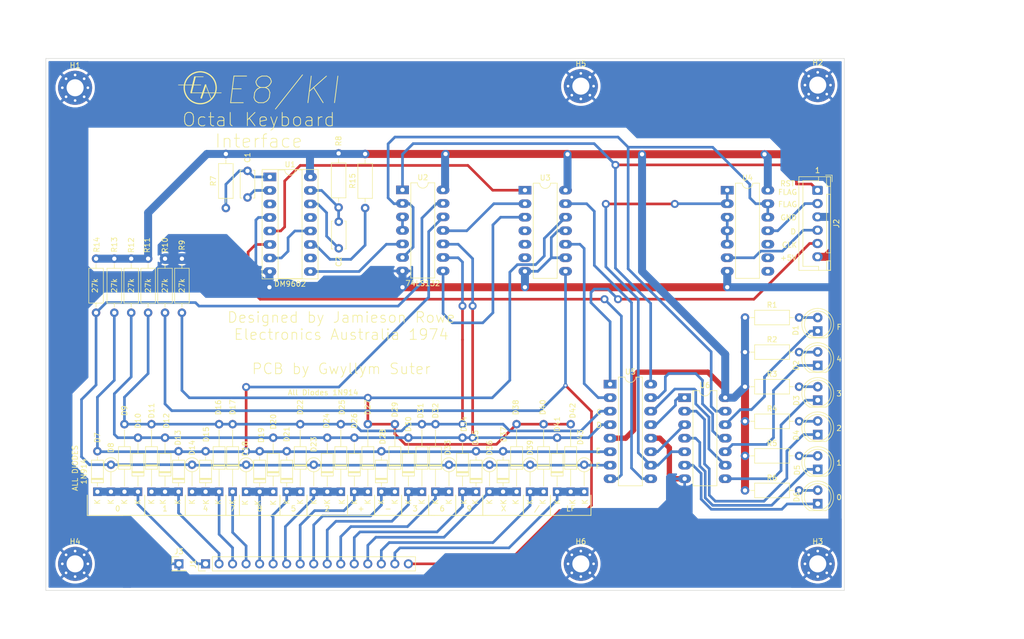
<source format=kicad_pcb>
(kicad_pcb (version 20211014) (generator pcbnew)
  (layers (0 "F.Cu" signal) (31 "B.Cu" signal) (34 "B.Paste" user) (35 "F.Paste" user) (36 "B.SilkS" user "B.Silkscreen") (37 "F.SilkS" user "F.Silkscreen") (38 "B.Mask" user) (39 "F.Mask" user) (44 "Edge.Cuts" user))
  (net 0 "")
  (net 1 "Net-(D1-Pad1)")
  (net 2 "Net-(D1-Pad2)")
  (net 3 "Net-(D2-Pad2)")
  (net 4 "Net-(D2-Pad1)")
  (net 5 "Net-(D3-Pad2)")
  (net 6 "Net-(D3-Pad1)")
  (net 7 "Net-(D4-Pad1)")
  (net 8 "Net-(D4-Pad2)")
  (net 9 "Net-(D5-Pad1)")
  (net 10 "Net-(D5-Pad2)")
  (net 11 "Net-(D6-Pad2)")
  (net 12 "Net-(D6-Pad1)")
  (net 13 "~{FLAG_RESET}")
  (net 14 "+5V")
  (net 15 "GND")
  (net 16 "Net-(C1-Pad1)")
  (net 17 "Net-(C2-Pad1)")
  (net 18 "A")
  (net 19 "C")
  (net 20 "D")
  (net 21 "E")
  (net 22 "F")
  (net 23 "Net-(U1-Pad9)")
  (net 24 "Net-(U1-Pad12)")
  (net 25 "~{CLOCK}")
  (net 26 "DATA")
  (net 27 "Net-(U1-Pad6)")
  (net 28 "Net-(U1-Pad5)")
  (net 29 "~{FLAG}")
  (net 30 "Net-(C1-Pad2)")
  (net 31 "Net-(C2-Pad2)")
  (net 32 "FLAG_OUT_LED")
  (net 33 "Net-(U2-Pad3)")
  (net 34 "Net-(U3-Pad13)")
  (net 38 "Net-(U3-Pad10)")
  (net 39 "Net-(U4-Pad1)")
  (net 42 "Net-(U4-Pad3)")
  (net 44 "Net-(U5-Pad15)")
  (net 45 "Net-(U5-Pad14)")
  (net 46 "Net-(U5-Pad13)")
  (net 49 "Net-(U5-Pad11)")
  (net 50 "0")
  (net 51 "1")
  (net 52 "4")
  (net 53 "7")
  (net 54 "CR")
  (net 55 "LF")
  (net 56 "DIV")
  (net 57 "X")
  (net 58 "9")
  (net 59 "6")
  (net 60 "3")
  (net 61 "-")
  (net 62 "+")
  (net 63 "2")
  (net 64 "5")
  (net 65 "8")
  (net 66 "Net-(R15-Pad1)")
  (net 68 "Net-(U2-Pad8)")
  (net 69 "Net-(U2-Pad11)")
  (footprint "Diode_THT:D_DO-35_SOD27_P5.08mm_Vertical_KathodeUp" (layer "F.Cu") (at 62.23 131.445 90)
    (fp_text reference "D8")
    (fp_text value "1N914")
  )
  (footprint "Resistor_THT:R_Axial_DIN0207_L6.3mm_D2.5mm_P10.16mm_Horizontal" (layer "F.Cu") (at 181.34 98.7)
    (fp_text reference "R1")
    (fp_text value "180R")
  )
  (footprint "Resistor_THT:R_Axial_DIN0207_L6.3mm_D2.5mm_P10.16mm_Horizontal" (layer "F.Cu") (at 181.34 105.2)
    (fp_text reference "R2")
    (fp_text value "180R")
  )
  (footprint "Resistor_THT:R_Axial_DIN0207_L6.3mm_D2.5mm_P10.16mm_Horizontal" (layer "F.Cu") (at 181.34 111.7)
    (fp_text reference "R3")
    (fp_text value "180R")
  )
  (footprint "Resistor_THT:R_Axial_DIN0207_L6.3mm_D2.5mm_P10.16mm_Horizontal" (layer "F.Cu") (at 181.34 118.2)
    (fp_text reference "R4")
    (fp_text value "180R")
  )
  (footprint "Resistor_THT:R_Axial_DIN0207_L6.3mm_D2.5mm_P10.16mm_Horizontal" (layer "F.Cu") (at 181.34 124.7)
    (fp_text reference "R5")
    (fp_text value "180R")
  )
  (footprint "Resistor_THT:R_Axial_DIN0207_L6.3mm_D2.5mm_P10.16mm_Horizontal" (layer "F.Cu") (at 181.34 131.2)
    (fp_text reference "R6")
    (fp_text value "180R")
  )
  (footprint "Resistor_THT:R_Axial_DIN0207_L6.3mm_D2.5mm_P10.16mm_Horizontal" (layer "F.Cu") (at 83.82 78.105 90)
    (fp_text reference "R7")
    (fp_text value "33k")
  )
  (footprint "Resistor_THT:R_Axial_DIN0207_L6.3mm_D2.5mm_P10.16mm_Horizontal" (layer "F.Cu") (at 105 78 90)
    (fp_text reference "R8")
    (fp_text value "180R")
  )
  (footprint "Resistor_THT:R_Axial_DIN0207_L6.3mm_D2.5mm_P10.16mm_Horizontal" (layer "F.Cu") (at 75.565 87.63 -90)
    (fp_text reference "R9")
    (fp_text value "27k")
  )
  (footprint "Resistor_THT:R_Axial_DIN0207_L6.3mm_D2.5mm_P10.16mm_Horizontal" (layer "F.Cu") (at 72.39 87.63 -90)
    (fp_text reference "R10")
    (fp_text value "27k")
  )
  (footprint "Resistor_THT:R_Axial_DIN0207_L6.3mm_D2.5mm_P10.16mm_Horizontal" (layer "F.Cu") (at 69.215 87.63 -90)
    (fp_text reference "R11")
    (fp_text value "27k")
  )
  (footprint "Resistor_THT:R_Axial_DIN0207_L6.3mm_D2.5mm_P10.16mm_Horizontal" (layer "F.Cu") (at 62.865 87.63 -90)
    (fp_text reference "R13")
    (fp_text value "27k")
  )
  (footprint "Resistor_THT:R_Axial_DIN0207_L6.3mm_D2.5mm_P10.16mm_Horizontal" (layer "F.Cu") (at 59.436 87.63 -90)
    (fp_text reference "R14")
    (fp_text value "27k")
  )
  (footprint "Package_DIP:DIP-14_W7.62mm_LongPads" (layer "F.Cu") (at 178 74.76)
    (fp_text reference "U4")
    (fp_text value "74LS37")
  )
  (footprint "Package_DIP:DIP-16_W7.62mm_LongPads" (layer "F.Cu") (at 156 111.22)
    (fp_text reference "U5")
    (fp_text value "7496")
  )
  (footprint "Package_DIP:DIP-14_W7.62mm_LongPads" (layer "F.Cu") (at 170 113.76)
    (fp_text reference "U6")
    (fp_text value "74LS05")
  )
  (footprint "MountingHole:MountingHole_3.2mm_M3_Pad_Via" (layer "F.Cu") (at 55.5 55.5)
    (fp_text reference "H1")
    (fp_text value "MountingHole_Pad")
  )
  (footprint "MountingHole:MountingHole_3.2mm_M3_Pad_Via" (layer "F.Cu") (at 195 55)
    (fp_text reference "H2")
    (fp_text value "MountingHole_Pad")
  )
  (footprint "MountingHole:MountingHole_3.2mm_M3_Pad_Via" (layer "F.Cu") (at 195 145)
    (fp_text reference "H3")
    (fp_text value "MountingHole_Pad")
  )
  (footprint "MountingHole:MountingHole_3.2mm_M3_Pad_Via" (layer "F.Cu") (at 55.5 145)
    (fp_text reference "H4")
    (fp_text value "MountingHole_Pad")
  )
  (footprint "Package_DIP:DIP-14_W7.62mm_LongPads" (layer "F.Cu") (at 140 74.76)
    (fp_text reference "U3")
    (fp_text value "74LS02")
  )
  (footprint "LED_THT:LED_D5.0mm" (layer "F.Cu") (at 195 101.24 90)
    (fp_text reference "D1")
    (fp_text value "LED")
  )
  (footprint "Resistor_THT:R_Axial_DIN0207_L6.3mm_D2.5mm_P10.16mm_Horizontal" (layer "F.Cu") (at 66.04 87.63 -90)
    (fp_text reference "R12")
    (fp_text value "27k")
  )
  (footprint "LED_THT:LED_D5.0mm" (layer "F.Cu") (at 195 107.7 90)
    (fp_text reference "D2")
    (fp_text value "LED")
  )
  (footprint "LED_THT:LED_D5.0mm" (layer "F.Cu") (at 195 114.24 90)
    (fp_text reference "D3")
    (fp_text value "LED")
  )
  (footprint "LED_THT:LED_D5.0mm" (layer "F.Cu") (at 195 120.7 90)
    (fp_text reference "D4")
    (fp_text value "LED")
  )
  (footprint "LED_THT:LED_D5.0mm" (layer "F.Cu") (at 195 127.24 90)
    (fp_text reference "D5")
    (fp_text value "LED")
  )
  (footprint "Diode_THT:D_DO-35_SOD27_P7.62mm_Horizontal" (layer "F.Cu") (at 59.69 131.445 90)
    (fp_text reference "D7")
    (fp_text value "1N914" hide)
  )
  (footprint "Diode_THT:D_DO-35_SOD27_P12.70mm_Horizontal" (layer "F.Cu") (at 64.77 131.445 90)
    (fp_text reference "D9")
    (fp_text value "1N914" hide)
  )
  (footprint "Diode_THT:D_DO-35_SOD27_P10.16mm_Horizontal" (layer "F.Cu") (at 67.31 131.445 90)
    (fp_text reference "D10")
    (fp_text value "1N914" hide)
  )
  (footprint "Diode_THT:D_DO-35_SOD27_P12.70mm_Horizontal" (layer "F.Cu") (at 69.85 131.445 90)
    (fp_text reference "D11")
    (fp_text value "1N914" hide)
  )
  (footprint "Diode_THT:D_DO-35_SOD27_P10.16mm_Horizontal" (layer "F.Cu") (at 72.39 131.445 90)
    (fp_text reference "D12")
    (fp_text value "1N914" hide)
  )
  (footprint "Diode_THT:D_DO-35_SOD27_P7.62mm_Horizontal" (layer "F.Cu") (at 74.93 131.445 90)
    (fp_text reference "D13")
    (fp_text value "1N914" hide)
  )
  (footprint "Diode_THT:D_DO-35_SOD27_P5.08mm_Vertical_KathodeUp" (layer "F.Cu") (at 77.47 131.445 90)
    (fp_text reference "D14")
    (fp_text value "1N914" hide)
  )
  (footprint "Diode_THT:D_DO-35_SOD27_P7.62mm_Horizontal" (layer "F.Cu") (at 80.01 131.445 90)
    (fp_text reference "D15")
    (fp_text value "1N914" hide)
  )
  (footprint "Diode_THT:D_DO-35_SOD27_P12.70mm_Horizontal" (layer "F.Cu") (at 82.55 131.445 90)
    (fp_text reference "D16")
    (fp_text value "1N914" hide)
  )
  (footprint "Connector_PinHeader_2.54mm:PinHeader_1x01_P2.54mm_Vertical" (layer "F.Cu") (at 75 145)
    (fp_text reference "J3")
    (fp_text value "Conn_01x01_Male")
  )
  (footprint "Diode_THT:D_DO-35_SOD27_P12.70mm_Horizontal" (layer "F.Cu") (at 85.09 131.445 90)
    (fp_text reference "D17")
    (fp_text value "1N914" hide)
  )
  (footprint "Connector_PinHeader_2.54mm:PinHeader_1x16_P2.54mm_Vertical" (layer "F.Cu") (at 80 145 90)
    (fp_text reference "J1")
    (fp_text value "Conn_01x16_Male")
  )
  (footprint "Diode_THT:D_DO-35_SOD27_P5.08mm_Vertical_KathodeUp" (layer "F.Cu") (at 87.63 131.445 90)
    (fp_text reference "D18")
    (fp_text value "1N914" hide)
  )
  (footprint "Diode_THT:D_DO-35_SOD27_P7.62mm_Horizontal" (layer "F.Cu") (at 90.17 131.445 90)
    (fp_text reference "D19")
    (fp_text value "1N914" hide)
  )
  (footprint "Diode_THT:D_DO-35_SOD27_P10.16mm_Horizontal" (layer "F.Cu") (at 92.71 131.445 90)
    (fp_text reference "D20")
    (fp_text value "1N914" hide)
  )
  (footprint "Diode_THT:D_DO-35_SOD27_P7.62mm_Horizontal" (layer "F.Cu") (at 95.25 131.445 90)
    (fp_text reference "D21")
    (fp_text value "1N914" hide)
  )
  (footprint "Diode_THT:D_DO-35_SOD27_P12.70mm_Horizontal" (layer "F.Cu") (at 97.79 131.445 90)
    (fp_text reference "D22")
    (fp_text value "1N914" hide)
  )
  (footprint "Resistor_THT:R_Axial_DIN0207_L6.3mm_D2.5mm_P10.16mm_Horizontal" (layer "F.Cu") (at 109.982 78.105 90)
    (fp_text reference "R15")
    (fp_text value "1k")
  )
  (footprint "Diode_THT:D_DO-35_SOD27_P5.08mm_Vertical_KathodeUp" (layer "F.Cu") (at 100.33 131.445 90)
    (fp_text reference "D23")
    (fp_text value "1N914" hide)
  )
  (footprint "Diode_THT:D_DO-35_SOD27_P10.16mm_Horizontal" (layer "F.Cu") (at 102.87 131.445 90)
    (fp_text reference "D24")
    (fp_text value "1N914" hide)
  )
  (footprint "Diode_THT:D_DO-35_SOD27_P12.70mm_Horizontal" (layer "F.Cu") (at 105.41 131.445 90)
    (fp_text reference "D25")
    (fp_text value "1N914" hide)
  )
  (footprint "Diode_THT:D_DO-35_SOD27_P10.16mm_Horizontal" (layer "F.Cu") (at 107.95 131.445 90)
    (fp_text reference "D26")
    (fp_text value "1N914" hide)
  )
  (footprint "Diode_THT:D_DO-35_SOD27_P12.70mm_Horizontal" (layer "F.Cu") (at 110.49 131.445 90)
    (fp_text reference "D27")
    (fp_text value "1N914" hide)
  )
  (footprint "Diode_THT:D_DO-35_SOD27_P7.62mm_Horizontal" (layer "F.Cu") (at 113.03 131.445 90)
    (fp_text reference "D28")
    (fp_text value "1N914")
  )
  (footprint "Diode_THT:D_DO-35_SOD27_P12.70mm_Horizontal" (layer "F.Cu") (at 115.57 131.445 90)
    (fp_text reference "D29")
    (fp_text value "1N914")
  )
  (footprint "Diode_THT:D_DO-35_SOD27_P10.16mm_Horizontal" (layer "F.Cu") (at 118.11 131.445 90)
    (fp_text reference "D30")
    (fp_text value "1N914")
  )
  (footprint "Diode_THT:D_DO-35_SOD27_P12.70mm_Horizontal" (layer "F.Cu") (at 120.65 131.445 90)
    (fp_text reference "D31")
    (fp_text value "1N914")
  )
  (footprint "Diode_THT:D_DO-35_SOD27_P12.70mm_Horizontal" (layer "F.Cu") (at 123.19 131.445 90)
    (fp_text reference "D32")
    (fp_text value "1N914")
  )
  (footprint "Diode_THT:D_DO-35_SOD27_P5.08mm_Vertical_KathodeUp" (layer "F.Cu") (at 125.73 131.445 90)
    (fp_text reference "D33")
    (fp_text value "1N914")
  )
  (footprint "Diode_THT:D_DO-35_SOD27_P10.16mm_Horizontal" (layer "F.Cu") (at 128.27 131.445 90)
    (fp_text reference "D34")
    (fp_text value "1N914")
  )
  (footprint "Diode_THT:D_DO-35_SOD27_P7.62mm_Horizontal" (layer "F.Cu") (at 130.81 131.445 90)
    (fp_text reference "D35")
    (fp_text value "1N914")
  )
  (footprint "Diode_THT:D_DO-35_SOD27_P5.08mm_Vertical_KathodeUp" (layer "F.Cu") (at 133.35 131.445 90)
    (fp_text reference "D36")
    (fp_text value "1N914")
  )
  (footprint "Diode_THT:D_DO-35_SOD27_P7.62mm_Horizontal" (layer "F.Cu") (at 135.89 131.445 90)
    (fp_text reference "D37")
    (fp_text value "1N914")
  )
  (footprint "Diode_THT:D_DO-35_SOD27_P12.70mm_Horizontal" (layer "F.Cu") (at 138.43 131.445 90)
    (fp_text reference "D38")
    (fp_text value "1N914")
  )
  (footprint "Diode_THT:D_DO-35_SOD27_P5.08mm_Vertical_KathodeUp" (layer "F.Cu") (at 140.97 131.445 90)
    (fp_text reference "D39")
    (fp_text value "1N914")
  )
  (footprint "Diode_THT:D_DO-35_SOD27_P12.70mm_Horizontal" (layer "F.Cu") (at 143.51 131.445 90)
    (fp_text reference "D40")
    (fp_text value "1N914")
  )
  (footprint "Diode_THT:D_DO-35_SOD27_P10.16mm_Horizontal" (layer "F.Cu") (at 146.05 131.445 90)
    (fp_text reference "D41")
    (fp_text value "1N914")
  )
  (footprint "Diode_THT:D_DO-35_SOD27_P12.70mm_Horizontal" (layer "F.Cu") (at 148.59 131.445 90)
    (fp_text reference "D42")
    (fp_text value "1N914")
  )
  (footprint "Diode_THT:D_DO-35_SOD27_P5.08mm_Vertical_KathodeUp" (layer "F.Cu") (at 151.13 131.445 90)
    (fp_text reference "D43")
    (fp_text value "1N914")
  )
  (footprint "LED_THT:LED_D5.0mm" (layer "F.Cu") (at 195 133.7 90)
    (fp_text reference "D6")
    (fp_text value "LED")
  )
  (footprint "EDUC-8:EA_Symbol" (layer "F.Cu") (at 79 55.5)
    (fp_text reference "REF**" hide)
    (fp_text value "EA_Symbol" hide)
  )
  (footprint "Capacitor_THT:C_Disc_D5.0mm_W2.5mm_P5.00mm" (layer "F.Cu") (at 87.884 71.12 -90)
    (fp_text reference "C1")
    (fp_text value "1nF")
  )
  (footprint "Capacitor_THT:C_Disc_D5.0mm_W2.5mm_P5.00mm" (layer "F.Cu") (at 105.029 80.685 -90)
    (fp_text reference "C2")
    (fp_text value "100pF")
  )
  (footprint "MountingHole:MountingHole_3.2mm_M3_Pad_Via" (layer "F.Cu") (at 150.5 55.197056)
    (fp_text reference "H5")
    (fp_text value "MountingHole_Pad")
  )
  (footprint "MountingHole:MountingHole_3.2mm_M3_Pad_Via" (layer "F.Cu") (at 150.5 145)
    (fp_text reference "H6")
    (fp_text value "MountingHole_Pad")
  )
  (footprint "Connector_JST:JST_XH_B6B-XH-A_1x06_P2.50mm_Vertical" (layer "F.Cu") (at 194.962 74.776 -90)
    (fp_text reference "J2")
    (fp_text value "Conn_01x06_Male")
  )
  (footprint "Package_DIP:DIP-16_W7.62mm_Socket_LongPads" (layer "F.Cu") (at 92.075 72.263)
    (fp_text reference "U1")
    (fp_text value "DM9602")
  )
  (footprint "Package_DIP:DIP-14_W7.62mm_LongPads" (layer "F.Cu") (at 117 74.7)
    (fp_text reference "U2")
    (fp_text value "74LS132")
  )
  (gr_line (start 116.84 132.08) (end 116.84 132.715) (layer "F.SilkS") (width 0.15))
  (gr_line (start 99.06 132.08) (end 99.06 135.89) (layer "F.SilkS") (width 0.15))
  (gr_line (start 111.76 132.08) (end 111.76 135.89) (layer "F.SilkS") (width 0.15))
  (gr_line (start 93.98 132.08) (end 93.98 135.89) (layer "F.SilkS") (width 0.15))
  (gr_line (start 122.555 135.89) (end 102.87 135.89) (layer "F.SilkS") (width 0.15))
  (gr_line (start 116.84 132.715) (end 116.84 135.89) (layer "F.SilkS") (width 0.15))
  (gr_line (start 139.7 132.08) (end 139.7 135.89) (layer "F.SilkS") (width 0.15))
  (gr_line (start 83.82 132.08) (end 83.82 135.89) (layer "F.SilkS") (width 0.15))
  (gr_line (start 144.78 132.08) (end 144.78 135.89) (layer "F.SilkS") (width 0.15))
  (gr_line (start 121.92 132.08) (end 121.92 135.89) (layer "F.SilkS") (width 0.15))
  (gr_line (start 106.68 132.08) (end 106.68 135.89) (layer "F.SilkS") (width 0.15))
  (gr_line (start 57.785 135.89) (end 57.785 132.08) (layer "F.SilkS") (width 0.15))
  (gr_line (start 132.08 135.89) (end 152.4 135.89) (layer "F.SilkS") (width 0.15))
  (gr_line (start 152.4 135.89) (end 152.4 132.08) (layer "F.SilkS") (width 0.15))
  (gr_line (start 102.87 135.89) (end 57.785 135.89) (layer "F.SilkS") (width 0.15))
  (gr_line (start 122.555 135.89) (end 132.08 135.89) (layer "F.SilkS") (width 0.15))
  (gr_line (start 132.08 135.89) (end 132.08 132.08) (layer "F.SilkS") (width 0.15))
  (gr_line (start 127 132.08) (end 127 135.89) (layer "F.SilkS") (width 0.15))
  (gr_line (start 86.36 132.08) (end 86.36 135.89) (layer "F.SilkS") (width 0.15))
  (gr_line (start 76.2 132.08) (end 76.2 135.89) (layer "F.SilkS") (width 0.15))
  (gr_line (start 68.58 132.08) (end 68.58 135.89) (layer "F.SilkS") (width 0.15))
  (gr_line (start 50 50) (end 50 150) (layer "Edge.Cuts") (width 0.1))
  (gr_line (start 200 150) (end 200 50) (layer "Edge.Cuts") (width 0.1))
  (gr_line (start 200 50) (end 50 50) (layer "Edge.Cuts") (width 0.1))
  (gr_line (start 50 150) (end 200 150) (layer "Edge.Cuts") (width 0.1))
  (gr_text "3" (at 199 113) (layer "F.SilkS") (effects (font (size 1 1))))
  (gr_text "1" (at 72.39 134.62) (layer "F.SilkS") (effects (font (size 1 1))))
  (gr_text "ALL DIODES" (at 55.5 127 90) (layer "F.SilkS") (effects (font (size 1 1))))
  (gr_text "X" (at 136 134.62) (layer "F.SilkS") (effects (font (size 1 1))))
  (gr_text "F" (at 153.7208 126.5936) (layer "F.SilkS") (effects (font (size 1 1))))
  (gr_text "F" (at 199 100.5) (layer "F.SilkS") (effects (font (size 1 1))))
  (gr_text "All Diodes 1N914" (at 102.0826 112.8014) (layer "F.SilkS") (effects (font (size 1 1))))
  (gr_text "/" (at 142.24 134.62) (layer "F.SilkS") (effects (font (size 1 1))))
  (gr_text "9" (at 129.54 134.62) (layer "F.SilkS") (effects (font (size 1 1))))
  (gr_text "GND" (at 189.5348 79.9084) (layer "F.SilkS") (effects (font (size 1 1))))
  (gr_text "E8/KI" (at 94.5 56) (layer "F.SilkS") (effects (font (size 5 5) (thickness 0.15) italic)))
  (gr_text "3" (at 119.38 134.62) (layer "F.SilkS") (effects (font (size 1 1))))
  (gr_text "4" (at 199 106.5) (layer "F.SilkS") (effects (font (size 1 1))))
  (gr_text "Designed by Jamieson Rowe\nElectronics Australia 1974\n\nPCB by Gwyllym Suter" (at 105.5 103.5) (layer "F.SilkS") (effects (font (size 2 2))))
  (gr_text "0" (at 63.5 134.62) (layer "F.SilkS") (effects (font (size 1 1))))
  (gr_text "RST\nFLAG" (at 189.3316 74.3204) (layer "F.SilkS") (effects (font (size 1 1))))
  (gr_text "+" (at 109.22 134.62) (layer "F.SilkS") (effects (font (size 1 1))))
  (gr_text "1" (at 199 126) (layer "F.SilkS") (effects (font (size 1 1))))
  (gr_text "0" (at 199 132.5) (layer "F.SilkS") (effects (font (size 1 1))))
  (gr_text "4" (at 80.01 134.62) (layer "F.SilkS") (effects (font (size 1 1))))
  (gr_text "6" (at 124.46 134.62) (layer "F.SilkS") (effects (font (size 1 1))))
  (gr_text "E" (at 153.7716 123.7996) (layer "F.SilkS") (effects (font (size 1 1))))
  (gr_text "D" (at 190.3984 82.55) (layer "F.SilkS") (effects (font (size 1 1))))
  (gr_text "C" (at 153.924 116.4844) (layer "F.SilkS") (effects (font (size 1 1))))
  (gr_text "8" (at 90.17 134.62) (layer "F.SilkS") (effects (font (size 1 1))))
  (gr_text "7" (at 85.09 134.62) (layer "F.SilkS") (effects (font (size 1 1))))
  (gr_text "FLAG" (at 189.3316 77.4192) (layer "F.SilkS") (effects (font (size 1 1))))
  (gr_text "2" (at 102.87 134.62) (layer "F.SilkS") (effects (font (size 1 1))))
  (gr_text "D" (at 153.924 118.9228) (layer "F.SilkS") (effects (font (size 1 1))))
  (gr_text "CLK" (at 189.6872 85.0392) (layer "F.SilkS") (effects (font (size 1 1))))
  (gr_text "5" (at 96.52 134.62) (layer "F.SilkS") (effects (font (size 1 1))))
  (gr_text "1" (at 194.9704 71.0184) (layer "F.SilkS") (effects (font (size 1 1))))
  (gr_text "-" (at 114.3 134.62) (layer "F.SilkS") (effects (font (size 1 1))))
  (gr_text "2" (at 199 119.5) (layer "F.SilkS") (effects (font (size 1 1))))
  (gr_text "+5V" (at 189.484 87.4776) (layer "F.SilkS") (effects (font (size 1 1))))
  (gr_text "LF" (at 148.59 134.62) (layer "F.SilkS") (effects (font (size 1 1))))
  (gr_text "Octal Keyboard\nInterface" (at 90 63.5) (layer "F.SilkS") (effects (font (size 2.5 2.5))))
  (segment (start 180.46 116) (end 182.550002 116) (width 0.5) (layer "B.Cu") (net 1))
  (segment (start 185 113.550002) (end 185 109.849998) (width 0.5) (layer "B.Cu") (net 1))
  (segment (start 185 109.849998) (end 193.609998 101.24) (width 0.5) (layer "B.Cu") (net 1))
  (segment (start 177.62 118.84) (end 180.46 116) (width 0.5) (layer "B.Cu") (net 1))
  (segment (start 193.609998 101.24) (end 194.5 101.24) (width 0.5) (layer "B.Cu") (net 1))
  (segment (start 182.550002 116) (end 185 113.550002) (width 0.5) (layer "B.Cu") (net 1))
  (segment (start 191.5 98.7) (end 194.5 98.7) (width 0.5) (layer "B.Cu") (net 2))
  (segment (start 191.5 105.2) (end 194.46 105.2) (width 0.5) (layer "B.Cu") (net 3))
  (segment (start 194.46 105.2) (end 194.5 105.16) (width 0.5) (layer "B.Cu") (net 3))
  (segment (start 191.385 107.7) (end 194.5 107.7) (width 0.5) (layer "B.Cu") (net 4))
  (segment (start 186.69 121.285) (end 186.69 112.395) (width 0.5) (layer "B.Cu") (net 4))
  (segment (start 186.69 112.395) (end 191.385 107.7) (width 0.5) (layer "B.Cu") (net 4))
  (segment (start 178.985 122.555) (end 185.42 122.555) (width 0.5) (layer "B.Cu") (net 4))
  (segment (start 177.62 123.92) (end 178.985 122.555) (width 0.5) (layer "B.Cu") (net 4))
  (segment (start 185.42 122.555) (end 186.69 121.285) (width 0.5) (layer "B.Cu") (net 4))
  (segment (start 191.5 111.7) (end 194.5 111.7) (width 0.5) (layer "B.Cu") (net 5))
  (segment (start 192.76 114.24) (end 188.1075 118.8925) (width 0.5) (layer "B.Cu") (net 6))
  (segment (start 194.5 114.24) (end 192.76 114.24) (width 0.5) (layer "B.Cu") (net 6))
  (segment (start 186.595 129) (end 188.1075 127.4875) (width 0.5) (layer "B.Cu") (net 6))
  (segment (start 177.62 129) (end 186.595 129) (width 0.5) (layer "B.Cu") (net 6))
  (segment (start 188.1075 127.4875) (end 188.1075 118.8925) (width 0.5) (layer "B.Cu") (net 6))
  (segment (start 172.18 116.3) (end 173.736 117.856) (width 0.5) (layer "B.Cu") (net 7))
  (segment (start 173.736 126.238) (end 174.625 127.127) (width 0.5) (layer "B.Cu") (net 7))
  (segment (start 192.3 120.7) (end 194.5 120.7) (width 0.5) (layer "B.Cu") (net 7))
  (segment (start 184.912 133.223) (end 189.2025 128.9325) (width 0.5) (layer "B.Cu") (net 7))
  (segment (start 175.768 133.223) (end 184.912 133.223) (width 0.5) (layer "B.Cu") (net 7))
  (segment (start 170 116.3) (end 172.18 116.3) (width 0.5) (layer "B.Cu") (net 7))
  (segment (start 189.2025 128.9325) (end 189.2025 123.7975) (width 0.5) (layer "B.Cu") (net 7))
  (segment (start 174.625 132.08) (end 175.768 133.223) (width 0.5) (layer "B.Cu") (net 7))
  (segment (start 189.2025 123.7975) (end 192.3 120.7) (width 0.5) (layer "B.Cu") (net 7))
  (segment (start 173.736 117.856) (end 173.736 126.238) (width 0.5) (layer "B.Cu") (net 7))
  (segment (start 174.625 127.127) (end 174.625 132.08) (width 0.5) (layer "B.Cu") (net 7))
  (segment (start 194.46 118.2) (end 194.5 118.16) (width 0.5) (layer "B.Cu") (net 8))
  (segment (start 191.5 118.2) (end 194.46 118.2) (width 0.5) (layer "B.Cu") (net 8))
  (segment (start 172.847 126.619) (end 173.863 127.635) (width 0.5) (layer "B.Cu") (net 9))
  (segment (start 172.847 122.174) (end 172.847 126.619) (width 0.5) (layer "B.Cu") (net 9))
  (segment (start 193.1 127.24) (end 194.5 127.24) (width 0.5) (layer "B.Cu") (net 9))
  (segment (start 175.275 134) (end 186.34 134) (width 0.5) (layer "B.Cu") (net 9))
  (segment (start 170 121.38) (end 172.053 121.38) (width 0.5) (layer "B.Cu") (net 9))
  (segment (start 172.053 121.38) (end 172.847 122.174) (width 0.5) (layer "B.Cu") (net 9))
  (segment (start 173.863 132.588) (end 175.275 134) (width 0.5) (layer "B.Cu") (net 9))
  (segment (start 173.863 127.635) (end 173.863 132.588) (width 0.5) (layer "B.Cu") (net 9))
  (segment (start 186.34 134) (end 193.1 127.24) (width 0.5) (layer "B.Cu") (net 9))
  (segment (start 191.5 124.7) (end 194.5 124.7) (width 0.5) (layer "B.Cu") (net 10))
  (segment (start 191.5 131.2) (end 194.5 131.2) (width 0.5) (layer "B.Cu") (net 11))
  (segment (start 188.253 134.747) (end 189.26 133.74) (width 0.5) (layer "B.Cu") (net 12))
  (segment (start 170 126.46) (end 171.545 126.46) (width 0.5) (layer "B.Cu") (net 12))
  (segment (start 171.545 126.46) (end 173.101 128.016) (width 0.5) (layer "B.Cu") (net 12))
  (segment (start 173.101 128.016) (end 173.101 132.842) (width 0.5) (layer "B.Cu") (net 12))
  (segment (start 175.006 134.747) (end 188.253 134.747) (width 0.5) (layer "B.Cu") (net 12))
  (segment (start 189.26 133.74) (end 194.5 133.74) (width 0.5) (layer "B.Cu") (net 12))
  (segment (start 173.101 132.842) (end 175.006 134.747) (width 0.5) (layer "B.Cu") (net 12))
  (segment (start 191 73.6) (end 191 73) (width 0.5) (layer "F.Cu") (net 13))
  (segment (start 188 70) (end 157 70) (width 0.5) (layer "F.Cu") (net 13))
  (segment (start 191 73) (end 188 70) (width 0.5) (layer "F.Cu") (net 13))
  (segment (start 193.786 73.6) (end 194.962 74.776) (width 0.5) (layer "F.Cu") (net 13))
  (segment (start 191 73.6) (end 193.786 73.6) (width 0.5) (layer "F.Cu") (net 13))
  (via (at 157 70) (size 1.5) (drill 0.8) (layers "F.Cu" "B.Cu") (net 13))
  (segment (start 117 68) (end 117 74.76) (width 0.5) (layer "B.Cu") (net 13))
  (segment (start 153 66) (end 119 66) (width 0.5) (layer "B.Cu") (net 13))
  (segment (start 157 89.409964) (end 157 70) (width 0.5) (layer "B.Cu") (net 13))
  (segment (start 119 66) (end 117 68) (width 0.5) (layer "B.Cu") (net 13))
  (segment (start 157 70) (end 153 66) (width 0.5) (layer "B.Cu") (net 13))
  (segment (start 163.62 96.029964) (end 157 89.409964) (width 0.5) (layer "B.Cu") (net 13))
  (segment (start 163.62 111.22) (end 163.62 96.029964) (width 0.5) (layer "B.Cu") (net 13))
  (segment (start 198.247 70.104) (end 198.247 85.598) (width 1.5) (layer "F.Cu") (net 14))
  (segment (start 196.143 68) (end 198.247 70.104) (width 1.5) (layer "F.Cu") (net 14))
  (segment (start 198.247 85.598) (end 196.569 87.276) (width 1.5) (layer "F.Cu") (net 14))
  (segment (start 148 68) (end 147.945 67.945) (width 1.5) (layer "F.Cu") (net 14))
  (segment (start 158.909 121.38) (end 160.401 119.888) (width 1) (layer "F.Cu") (net 14))
  (segment (start 162 68) (end 148 68) (width 1.5) (layer "F.Cu") (net 14))
  (segment (start 160.401 109.728) (end 161.163 108.966) (width 1) (layer "F.Cu") (net 14))
  (segment (start 185 68) (end 162 68) (width 1.5) (layer "F.Cu") (net 14))
  (segment (start 174.371 108.966) (end 177.62 112.215) (width 1) (layer "F.Cu") (net 14))
  (segment (start 161.163 108.966) (end 174.371 108.966) (width 1) (layer "F.Cu") (net 14))
  (segment (start 181.34 111.7) (end 181.34 131.2) (width 1.5) (layer "F.Cu") (net 14))
  (segment (start 109.982 67.945) (end 125.095 67.945) (width 1.5) (layer "F.Cu") (net 14))
  (segment (start 196.569 87.276) (end 194.962 87.276) (width 1.5) (layer "F.Cu") (net 14))
  (segment (start 185 68) (end 196.143 68) (width 1.5) (layer "F.Cu") (net 14))
  (segment (start 156 121.38) (end 158.909 121.38) (width 1) (layer "F.Cu") (net 14))
  (segment (start 160.401 119.888) (end 160.401 109.728) (width 1) (layer "F.Cu") (net 14))
  (segment (start 147.945 67.945) (end 125.095 67.945) (width 1.5) (layer "F.Cu") (net 14))
  (segment (start 177.62 112.215) (end 177.62 113.76) (width 1) (layer "F.Cu") (net 14))
  (via (at 162 68) (size 1.5) (drill 0.8) (layers "F.Cu" "B.Cu") (net 14))
  (via (at 185 68) (size 1.5) (drill 0.8) (layers "F.Cu" "B.Cu") (net 14))
  (via (at 125.095 67.945) (size 1.5) (drill 0.8) (layers "F.Cu" "B.Cu") (net 14))
  (via (at 148 68) (size 1.5) (drill 0.8) (layers "F.Cu" "B.Cu") (net 14))
  (segment (start 125 68.04) (end 125.095 67.945) (width 1.5) (layer "B.Cu") (net 14))
  (segment (start 148 74.38) (end 147.62 74.76) (width 1.5) (layer "B.Cu") (net 14))
  (segment (start 162 90) (end 162 68) (width 1.5) (layer "B.Cu") (net 14))
  (segment (start 80.264 67.945) (end 83.82 67.945) (width 1.5) (layer "B.Cu") (net 14))
  (segment (start 177.62 113.76) (end 179.28 113.76) (width 1.5) (layer "B.Cu") (net 14))
  (segment (start 177.62 113.76) (end 177.62 105.62) (width 1.5) (layer "B.Cu") (net 14))
  (segment (start 125 74.38) (end 125 68.04) (width 1.5) (layer "B.Cu") (net 14))
  (segment (start 177.62 105.62) (end 162 90) (width 1.5) (layer "B.Cu") (net 14))
  (segment (start 59.436 87.63) (end 69.215 87.63) (width 1.5) (layer "B.Cu") (net 14))
  (segment (start 69.215 87.63) (end 69.215 78.994) (width 1.5) (layer "B.Cu") (net 14))
  (segment (start 181.34 105.66) (end 181.34 111.7) (width 1.5) (layer "B.Cu") (net 14))
  (segment (start 99.62 68.02) (end 99.62 72.22) (width 1.5) (layer "B.Cu") (net 14))
  (segment (start 185.62 74.76) (end 185.62 68.62) (width 1.5) (layer "B.Cu") (net 14))
  (segment (start 179.28 113.76) (end 181.34 111.7) (width 1.5) (layer "B.Cu") (net 14))
  (segment (start 185.62 68.62) (end 185 68) (width 1.5) (layer "B.Cu") (net 14))
  (segment (start 181.34 98.7) (end 181.34 105.66) (width 1.5) (layer "B.Cu") (net 14))
  (segment (start 69.215 78.994) (end 80.264 67.945) (width 1.5) (layer "B.Cu") (net 14))
  (segment (start 148 68) (end 148 74.38) (width 1.5) (layer "B.Cu") (net 14))
  (segment (start 83.82 67.945) (end 109.982 67.945) (width 1.5) (layer "B.Cu") (net 14))
  (segment (start 167.132 123.19) (end 167.132 128.143) (width 1) (layer "F.Cu") (net 15))
  (segment (start 92 93) (end 117 93) (width 1.5) (layer "F.Cu") (net 15))
  (segment (start 167.132 128.143) (end 167.989 129) (width 1) (layer "F.Cu") (net 15))
  (segment (start 117 93) (end 140 93) (width 1.5) (layer "F.Cu") (net 15))
  (segment (start 167.989 129) (end 170 129) (width 1) (layer "F.Cu") (net 15))
  (segment (start 140 93) (end 178 93) (width 1.5) (layer "F.Cu") (net 15))
  (segment (start 163.62 121.38) (end 165.322 121.38) (width 1) (layer "F.Cu") (net 15))
  (segment (start 165.322 121.38) (end 167.132 123.19) (width 1) (layer "F.Cu") (net 15))
  (via (at 92 93) (size 1.5) (drill 0.8) (layers "F.Cu" "B.Cu") (net 15))
  (via (at 178 93) (size 1.5) (drill 0.8) (layers "F.Cu" "B.Cu") (net 15))
  (via (at 140 93) (size 1.5) (drill 0.8) (layers "F.Cu" "B.Cu") (net 15))
  (via (at 117 93) (size 1.5) (drill 0.8) (layers "F.Cu" "B.Cu") (net 15))
  (segment (start 91.948 90.17) (end 92.075 90.043) (width 0.5) (layer "B.Cu") (net 15))
  (segment (start 90.3732 90.17) (end 91.948 90.17) (width 0.5) (layer "B.Cu") (net 15))
  (segment (start 86.65 93) (end 86.705 93) (width 2) (layer "B.Cu") (net 15))
  (segment (start 75.565 87.63) (end 81.28 87.63) (width 2) (layer "B.Cu") (net 15))
  (segment (start 197.759 79.776) (end 198.1 80.117) (width 1.5) (layer "B.Cu") (net 15))
  (segment (start 117 90) (end 117 93) (width 1.5) (layer "B.Cu") (net 15))
  (segment (start 92 93) (end 86.705 93) (width 2) (layer "B.Cu") (net 15))
  (segment (start 142.41 90) (end 144.95 87.46) (width 0.5) (layer "B.Cu") (net 15))
  (segment (start 92.075 79.883) (end 89.9414 79.883) (width 0.5) (layer "B.Cu") (net 15))
  (segment (start 142.41 90) (end 140 90) (width 0.5) (layer "B.Cu") (net 15))
  (segment (start 89.4588 89.2556) (end 90.3732 90.17) (width 0.5) (layer "B.Cu") (net 15))
  (segment (start 89.9414 79.883) (end 89.4588 80.3656) (width 0.5) (layer "B.Cu") (net 15))
  (segment (start 81.28 87.63) (end 86.65 93) (width 2) (layer "B.Cu") (net 15))
  (segment (start 178 93) (end 178 90) (width 1.5) (layer "B.Cu") (net 15))
  (segment (start 146.22 82.38) (end 144.95 83.65) (width 0.5) (layer "B.Cu") (net 15))
  (segment (start 92 90) (end 92 93) (width 1.5) (layer "B.Cu") (net 15))
  (segment (start 198.1 80.117) (end 198.1 93) (width 1.5) (layer "B.Cu") (net 15))
  (segment (start 144.95 83.65) (end 144.95 87.46) (width 0.5) (layer "B.Cu") (net 15))
  (segment (start 89.4588 80.3656) (end 89.4588 89.2556) (width 0.5) (layer "B.Cu") (net 15))
  (segment (start 140 90) (end 140 93) (width 1.5) (layer "B.Cu") (net 15))
  (segment (start 198.1 93) (end 178 93) (width 1.5) (layer "B.Cu") (net 15))
  (segment (start 147.62 82.38) (end 146.22 82.38) (width 0.5) (layer "B.Cu") (net 15))
  (segment (start 144.95 87.46) (end 147.62 87.46) (width 0.5) (layer "B.Cu") (net 15))
  (segment (start 194.962 79.776) (end 197.759 79.776) (width 1.5) (layer "B.Cu") (net 15))
  (segment (start 72.39 87.63) (end 75.565 87.63) (width 2) (layer "B.Cu") (net 15))
  (segment (start 87.884 71.12) (end 86.36 71.12) (width 0.5) (layer "B.Cu") (net 16))
  (segment (start 86.36 71.12) (end 83.82 73.66) (width 0.5) (layer "B.Cu") (net 16))
  (segment (start 83.82 73.66) (end 83.82 78.105) (width 0.5) (layer "B.Cu") (net 16))
  (segment (start 92.075 72.263) (end 89.027 72.263) (width 0.5) (layer "B.Cu") (net 16))
  (segment (start 89.027 72.263) (end 87.884 71.12) (width 0.5) (layer "B.Cu") (net 16))
  (segment (start 105 80.656) (end 105.029 80.685) (width 0.5) (layer "B.Cu") (net 17))
  (segment (start 105 78) (end 105 80.656) (width 0.5) (layer "B.Cu") (net 17))
  (segment (start 99.695 74.803) (end 101.803 74.803) (width 0.5) (layer "B.Cu") (net 17))
  (segment (start 101.803 74.803) (end 105 78) (width 0.5) (layer "B.Cu") (net 17))
  (segment (start 115.57 118.745) (end 115.57 120.595002) (width 0.5) (layer "F.Cu") (net 18))
  (segment (start 115.57 118.745) (end 110.49 118.745) (width 0.5) (layer "F.Cu") (net 18))
  (segment (start 117.509999 122.535001) (end 134.639999 122.535001) (width 0.5) (layer "F.Cu") (net 18))
  (segment (start 134.639999 122.535001) (end 138.43 118.745) (width 0.5) (layer "F.Cu") (net 18))
  (segment (start 138.43 118.745) (end 143.51 118.745) (width 0.5) (layer "F.Cu") (net 18))
  (segment (start 110.49 113.792) (end 110.49 118.745) (width 0.5) (layer "F.Cu") (net 18))
  (segment (start 115.57 120.595002) (end 117.509999 122.535001) (width 0.5) (layer "F.Cu") (net 18))
  (segment (start 143.51 118.745) (end 148.59 118.745) (width 0.5) (layer "F.Cu") (net 18))
  (via (at 110.49 113.792) (size 1.5) (drill 0.8) (layers "F.Cu" "B.Cu") (net 18))
  (segment (start 137.16 90.17) (end 137.16 110.49) (width 0.5) (layer "B.Cu") (net 18))
  (segment (start 147.62 79.84) (end 143.637 83.823) (width 0.5) (layer "B.Cu") (net 18))
  (segment (start 137.16 110.49) (end 133.858 113.792) (width 0.5) (layer "B.Cu") (net 18))
  (segment (start 75.565 112.395) (end 76.962 113.792) (width 0.5) (layer "B.Cu") (net 18))
  (segment (start 75.565 97.79) (end 75.565 112.395) (width 0.5) (layer "B.Cu") (net 18))
  (segment (start 143.637 83.823) (end 143.637 87.122) (width 0.5) (layer "B.Cu") (net 18))
  (segment (start 133.858 113.792) (end 110.49 113.792) (width 0.5) (layer "B.Cu") (net 18))
  (segment (start 143.637 87.122) (end 142.00852 88.75048) (width 0.5) (layer "B.Cu") (net 18))
  (segment (start 76.962 113.792) (end 110.49 113.792) (width 0.5) (layer "B.Cu") (net 18))
  (segment (start 138.57952 88.75048) (end 137.16 90.17) (width 0.5) (layer "B.Cu") (net 18))
  (segment (start 142.00852 88.75048) (end 138.57952 88.75048) (width 0.5) (layer "B.Cu") (net 18))
  (segment (start 128.27 96.52) (end 128.27 102.87) (width 0.5) (layer "F.Cu") (net 19))
  (segment (start 128.27 102.87) (end 128.27 118.745) (width 0.5) (layer "F.Cu") (net 19))
  (via (at 128.27 96.52) (size 1.5) (drill 0.8) (layers "F.Cu" "B.Cu") (net 19))
  (via (at 128.27 118.745) (size 1.5) (drill 0.8) (layers "F.Cu" "B.Cu") (net 19))
  (segment (start 109.22 120.015) (end 107.95 118.745) (width 0.5) (layer "B.Cu") (net 19))
  (segment (start 69.215 97.79) (end 69.215 109.22) (width 0.5) (layer "B.Cu") (net 19))
  (segment (start 154.21 116.3) (end 150.495 120.015) (width 0.5) (layer "B.Cu") (net 19))
  (segment (start 69.215 109.22) (end 64.77 113.665) (width 0.5) (layer "B.Cu") (net 19))
  (segment (start 135.89 118.745) (end 128.27 118.745) (width 0.5) (layer "B.Cu") (net 19))
  (segment (start 64.77 113.665) (end 64.77 118.745) (width 0.5) (layer "B.Cu") (net 19))
  (segment (start 127.465 87.46) (end 128.27 88.265) (width 0.5) (layer "B.Cu") (net 19))
  (segment (start 137.16 120.015) (end 135.89 118.745) (width 0.5) (layer "B.Cu") (net 19))
  (segment (start 124.62 87.46) (end 127.465 87.46) (width 0.5) (layer "B.Cu") (net 19))
  (segment (start 116.84 120.015) (end 109.22 120.015) (width 0.5) (layer "B.Cu") (net 19))
  (segment (start 156 116.3) (end 154.21 116.3) (width 0.5) (layer "B.Cu") (net 19))
  (segment (start 150.495 120.015) (end 137.16 120.015) (width 0.5) (layer "B.Cu") (net 19))
  (segment (start 118.11 118.745) (end 116.84 120.015) (width 0.5) (layer "B.Cu") (net 19))
  (segment (start 128.27 88.265) (end 128.27 96.52) (width 0.5) (layer "B.Cu") (net 19))
  (segment (start 128.27 118.745) (end 118.11 118.745) (width 0.5) (layer "B.Cu") (net 19))
  (segment (start 107.95 118.745) (end 64.77 118.745) (width 0.5) (layer "B.Cu") (net 19))
  (segment (start 130.175 96.52) (end 130.175 121.285) (width 0.5) (layer "F.Cu") (net 20))
  (via (at 130.175 96.52) (size 1.5) (drill 0.8) (layers "F.Cu" "B.Cu") (net 20))
  (via (at 130.175 121.285) (size 1.5) (drill 0.8) (layers "F.Cu" "B.Cu") (net 20))
  (segment (start 67.31 121.285) (end 130.175 121.285) (width 0.5) (layer "B.Cu") (net 20))
  (segment (start 62.865 120.65) (end 62.865 113.03) (width 0.5) (layer "B.Cu") (net 20))
  (segment (start 63.5 121.285) (end 62.865 120.65) (width 0.5) (layer "B.Cu") (net 20))
  (segment (start 124.62 84.92) (end 127.465 84.92) (width 0.5) (layer "B.Cu") (net 20))
  (segment (start 67.31 121.285) (end 63.5 121.285) (width 0.5) (layer "B.Cu") (net 20))
  (segment (start 130.175 87.63) (end 130.175 96.52) (width 0.5) (layer "B.Cu") (net 20))
  (segment (start 62.865 113.03) (end 66.04 109.855) (width 0.5) (layer "B.Cu") (net 20))
  (segment (start 151.955 121.285) (end 154.4 118.84) (width 0.5) (layer "B.Cu") (net 20))
  (segment (start 66.04 109.855) (end 66.04 97.79) (width 0.5) (layer "B.Cu") (net 20))
  (segment (start 130.175 121.285) (end 151.955 121.285) (width 0.5) (layer "B.Cu") (net 20))
  (segment (start 154.4 118.84) (end 156 118.84) (width 0.5) (layer "B.Cu") (net 20))
  (segment (start 127.465 84.92) (end 130.175 87.63) (width 0.5) (layer "B.Cu") (net 20))
  (segment (start 87.63 111.76) (end 87.63 123.825) (width 0.5) (layer "F.Cu") (net 21))
  (via (at 87.63 111.76) (size 1.5) (drill 0.8) (layers "F.Cu" "B.Cu") (net 21))
  (via (at 87.63 123.825) (size 1.5) (drill 0.8) (layers "F.Cu" "B.Cu") (net 21))
  (segment (start 62.865 110.49) (end 62.865 97.79) (width 0.5) (layer "B.Cu") (net 21))
  (segment (start 59.69 123.825) (end 59.69 113.665) (width 0.5) (layer "B.Cu") (net 21))
  (segment (start 152.825 123.92) (end 156 123.92) (width 0.5) (layer "B.Cu") (net 21))
  (segment (start 59.785 123.92) (end 59.69 123.825) (width 0.5) (layer "B.Cu") (net 21))
  (segment (start 105.04 111.76) (end 87.63 111.76) (width 0.5) (layer "B.Cu") (net 21))
  (segment (start 124.62 79.84) (end 121.92 82.54) (width 0.5) (layer "B.Cu") (net 21))
  (segment (start 59.69 113.665) (end 62.865 110.49) (width 0.5) (layer "B.Cu") (net 21))
  (segment (start 121.92 94.88) (end 105.04 111.76) (width 0.5) (layer "B.Cu") (net 21))
  (segment (start 152.825 123.92) (end 59.785 123.92) (width 0.5) (layer "B.Cu") (net 21))
  (segment (start 121.92 82.54) (end 121.92 94.88) (width 0.5) (layer "B.Cu") (net 21))
  (segment (start 59.436 97.79) (end 61.341 95.885) (width 0.5) (layer "B.Cu") (net 22))
  (segment (start 62.23 126.365) (end 58.19 126.365) (width 0.5) (layer "B.Cu") (net 22))
  (segment (start 152.825 126.46) (end 78.2 126.46) (width 0.5) (layer "B.Cu") (net 22))
  (segment (start 56.705 114.11) (end 59.436 111.379) (width 0.5) (layer "B.Cu") (net 22))
  (segment (start 78.2 126.46) (end 78.105 126.365) (width 0.5) (layer "B.Cu") (net 22))
  (segment (start 78.759999 96.539999) (end 116.185001 96.539999) (width 0.5) (layer "B.Cu") (net 22))
  (segment (start 78.105 95.885) (end 78.759999 96.539999) (width 0.5) (layer "B.Cu") (net 22))
  (segment (start 61.341 95.885) (end 78.105 95.885) (width 0.5) (layer "B.Cu") (net 22))
  (segment (start 120.65 80.01) (end 123.36 77.3) (width 0.5) (layer "B.Cu") (net 22))
  (segment (start 152.825 126.46) (end 156 126.46) (width 0.5) (layer "B.Cu") (net 22))
  (segment (start 123.36 77.3) (end 124.62 77.3) (width 0.5) (layer "B.Cu") (net 22))
  (segment (start 116.185001 96.539999) (end 120.65 92.075) (width 0.5) (layer "B.Cu") (net 22))
  (segment (start 59.436 111.379) (end 59.436 97.79) (width 0.5) (layer "B.Cu") (net 22))
  (segment (start 78.105 126.365) (end 62.23 126.365) (width 0.5) (layer "B.Cu") (net 22))
  (segment (start 120.65 92.075) (end 120.65 80.01) (width 0.5) (layer "B.Cu") (net 22))
  (segment (start 56.705 124.88) (end 56.705 114.11) (width 0.5) (layer "B.Cu") (net 22))
  (segment (start 58.19 126.365) (end 56.705 124.88) (width 0.5) (layer "B.Cu") (net 22))
  (segment (start 117 84.92) (end 113.962 84.92) (width 0.5) (layer "B.Cu") (net 23))
  (segment (start 108.839 90.043) (end 99.695 90.043) (width 0.5) (layer "B.Cu") (net 23))
  (segment (start 113.962 84.92) (end 108.839 90.043) (width 0.5) (layer "B.Cu") (net 23))
  (segment (start 92.075 87.503) (end 94.234 87.503) (width 0.5) (layer "B.Cu") (net 24))
  (segment (start 96.774 82.423) (end 99.695 82.423) (width 0.5) (layer "B.Cu") (net 24))
  (segment (start 94.234 87.503) (end 95.504 86.233) (width 0.5) (layer "B.Cu") (net 24))
  (segment (start 95.504 83.693) (end 96.774 82.423) (width 0.5) (layer "B.Cu") (net 24))
  (segment (start 95.504 86.233) (end 95.504 83.693) (width 0.5) (layer "B.Cu") (net 24))
  (segment (start 183.007 95.25) (end 157.48 95.25) (width 0.5) (layer "F.Cu") (net 25))
  (segment (start 193.481 84.776) (end 183.007 95.25) (width 0.5) (layer "F.Cu") (net 25))
  (segment (start 194.962 84.776) (end 193.481 84.776) (width 0.5) (layer "F.Cu") (net 25))
  (via (at 157.48 95.25) (size 1.5) (drill 0.8) (layers "F.Cu" "B.Cu") (net 25))
  (segment (start 153.035 93.345) (end 152.4 93.98) (width 0.5) (layer "B.Cu") (net 25))
  (segment (start 152.4 93.98) (end 152.4 95.885) (width 0.5) (layer "B.Cu") (net 25))
  (segment (start 155.575 93.345) (end 153.035 93.345) (width 0.5) (layer "B.Cu") (net 25))
  (segment (start 157.48 95.25) (end 155.575 93.345) (width 0.5) (layer "B.Cu") (net 25))
  (segment (start 156 99.485) (end 156 111.22) (width 0.5) (layer "B.Cu") (net 25))
  (segment (start 152.4 95.885) (end 156 99.485) (width 0.5) (layer "B.Cu") (net 25))
  (segment (start 184.29 86.21) (end 188.364 86.21) (width 0.5) (layer "B.Cu") (net 26))
  (segment (start 192.298 82.276) (end 194.962 82.276) (width 0.5) (layer "B.Cu") (net 26))
  (segment (start 183.04 87.46) (end 184.29 86.21) (width 0.5) (layer "B.Cu") (net 26))
  (segment (start 188.364 86.21) (end 192.298 82.276) (width 0.5) (layer "B.Cu") (net 26))
  (segment (start 178 87.46) (end 183.04 87.46) (width 0.5) (layer "B.Cu") (net 26))
  (segment (start 89.417 84.963) (end 92.075 84.963) (width 0.5) (layer "F.Cu") (net 27))
  (segment (start 88 86.38) (end 88 93) (width 0.5) (layer "F.Cu") (net 27))
  (segment (start 90.25 95.25) (end 154.94 95.25) (width 0.5) (layer "F.Cu") (net 27))
  (segment (start 88 93) (end 90.25 95.25) (width 0.5) (layer "F.Cu") (net 27))
  (segment (start 88 86.38) (end 89.417 84.963) (width 0.5) (layer "F.Cu") (net 27))
  (via (at 154.94 95.25) (size 1.5) (drill 0.8) (layers "F.Cu" "B.Cu") (net 27))
  (segment (start 157.385 129) (end 158.115 128.27) (width 0.5) (layer "B.Cu") (net 27))
  (segment (start 158.115 98.425) (end 154.94 95.25) (width 0.5) (layer "B.Cu") (net 27))
  (segment (start 158.115 128.27) (end 158.115 98.425) (width 0.5) (layer "B.Cu") (net 27))
  (segment (start 156 129) (end 157.385 129) (width 0.5) (layer "B.Cu") (net 27))
  (segment (start 94.869 81.661) (end 94.107 82.423) (width 0.5) (layer "F.Cu") (net 28))
  (segment (start 140 74.76) (end 133.942 74.76) (width 0.5) (layer "F.Cu") (net 28))
  (segment (start 133.942 74.76) (end 129.286 70.104) (width 0.5) (layer "F.Cu") (net 28))
  (segment (start 129.286 70.104) (end 97.79 70.104) (width 0.5) (layer "F.Cu") (net 28))
  (segment (start 94.869 73.025) (end 94.869 81.661) (width 0.5) (layer "F.Cu") (net 28))
  (segment (start 94.107 82.423) (end 92.075 82.423) (width 0.5) (layer "F.Cu") (net 28))
  (segment (start 97.79 70.104) (end 94.869 73.025) (width 0.5) (layer "F.Cu") (net 28))
  (segment (start 187.495 82.38) (end 192.599 77.276) (width 0.5) (layer "B.Cu") (net 29))
  (segment (start 192.599 77.276) (end 194.962 77.276) (width 0.5) (layer "B.Cu") (net 29))
  (segment (start 185.62 82.38) (end 187.495 82.38) (width 0.5) (layer "B.Cu") (net 29))
  (segment (start 89.201 74.803) (end 87.884 76.12) (width 0.5) (layer "B.Cu") (net 30))
  (segment (start 92.075 74.803) (end 89.201 74.803) (width 0.5) (layer "B.Cu") (net 30))
  (segment (start 102.743 78.994) (end 102.743 83.399) (width 0.5) (layer "B.Cu") (net 31))
  (segment (start 99.695 77.343) (end 101.092 77.343) (width 0.5) (layer "B.Cu") (net 31))
  (segment (start 101.092 77.343) (end 102.743 78.994) (width 0.5) (layer "B.Cu") (net 31))
  (segment (start 102.743 83.399) (end 105.029 85.685) (width 0.5) (layer "B.Cu") (net 31))
  (segment (start 159.385 66.675) (end 175.26 66.675) (width 0.5) (layer "B.Cu") (net 32))
  (segment (start 183.345 77.3) (end 185.62 77.3) (width 0.5) (layer "B.Cu") (net 32))
  (segment (start 182.245 76.2) (end 183.345 77.3) (width 0.5) (layer "B.Cu") (net 32))
  (segment (start 115.4 77.3) (end 117 77.3) (width 0.5) (layer "B.Cu") (net 32))
  (segment (start 174.985 105.135) (end 159.385 89.535) (width 0.5) (layer "B.Cu") (net 32))
  (segment (start 157.48 64.77) (end 115.57 64.77) (width 0.5) (layer "B.Cu") (net 32))
  (segment (start 175.863 116.3) (end 174.985 115.422) (width 0.5) (layer "B.Cu") (net 32))
  (segment (start 174.985 115.422) (end 174.985 105.135) (width 0.5) (layer "B.Cu") (net 32))
  (segment (start 114.3 76.2) (end 115.4 77.3) (width 0.5) (layer "B.Cu") (net 32))
  (segment (start 119 78) (end 119 85.46) (width 0.5) (layer "B.Cu") (net 32))
  (segment (start 118.3 77.3) (end 119 78) (width 0.5) (layer "B.Cu") (net 32))
  (segment (start 175.26 66.675) (end 182.245 73.66) (width 0.5) (layer "B.Cu") (net 32))
  (segment (start 117 77.3) (end 118.3 77.3) (width 0.5) (layer "B.Cu") (net 32))
  (segment (start 115.57 64.77) (end 114.3 66.04) (width 0.5) (layer "B.Cu") (net 32))
  (segment (start 177.62 116.3) (end 175.863 116.3) (width 0.5) (layer "B.Cu") (net 32))
  (segment (start 114.3 66.04) (end 114.3 76.2) (width 0.5) (layer "B.Cu") (net 32))
  (segment (start 159.385 66.675) (end 157.48 64.77) (width 0.5) (layer "B.Cu") (net 32))
  (segment (start 159.385 89.535) (end 159.385 66.675) (width 0.5) (layer "B.Cu") (net 32))
  (segment (start 185.62 77.3) (end 185.62 79.84) (width 0.5) (layer "B.Cu") (net 32))
  (segment (start 182.245 73.66) (end 182.245 76.2) (width 0.5) (layer "B.Cu") (net 32))
  (segment (start 119 85.46) (end 117 87.46) (width 0.5) (layer "B.Cu") (net 32))
  (segment (start 117 79.84) (end 117 82.38) (width 0.5) (layer "B.Cu") (net 33))
  (segment (start 151.595 77.3) (end 147.62 77.3) (width 0.5) (layer "B.Cu") (net 34))
  (segment (start 163.62 129) (end 162.02 129) (width 0.5) (layer "B.Cu") (net 34))
  (segment (start 153.035 78.74) (end 151.595 77.3) (width 0.5) (layer "B.Cu") (net 34))
  (segment (start 160.02 95.885) (end 153.035 88.9) (width 0.5) (layer "B.Cu") (net 34))
  (segment (start 153.035 88.9) (end 153.035 78.74) (width 0.5) (layer "B.Cu") (net 34))
  (segment (start 162.02 129) (end 160.02 127) (width 0.5) (layer "B.Cu") (net 34))
  (segment (start 160.02 127) (end 160.02 95.885) (width 0.5) (layer "B.Cu") (net 34))
  (segment (start 151.13 111.125) (end 151.13 85.725) (width 0.5) (layer "B.Cu") (net 38))
  (segment (start 153.765 113.76) (end 151.13 111.125) (width 0.5) (layer "B.Cu") (net 38))
  (segment (start 156 113.76) (end 153.765 113.76) (width 0.5) (layer "B.Cu") (net 38))
  (segment (start 151.13 85.725) (end 150.325 84.92) (width 0.5) (layer "B.Cu") (net 38))
  (segment (start 150.325 84.92) (end 147.62 84.92) (width 0.5) (layer "B.Cu") (net 38))
  (segment (start 168.148 77.343) (end 155.194 77.343) (width 0.5) (layer "F.Cu") (net 39))
  (via (at 155.194 77.343) (size 1.5) (drill 0.8) (layers "F.Cu" "B.Cu") (net 39))
  (via (at 168.148 77.343) (size 1.5) (drill 0.8) (layers "F.Cu" "B.Cu") (net 39))
  (segment (start 163.62 126.46) (end 165.005 126.46) (width 0.5) (layer "B.Cu") (net 39))
  (segment (start 161.29 95.25) (end 155.194 89.154) (width 0.5) (layer "B.Cu") (net 39))
  (segment (start 155.194 89.154) (end 155.194 77.343) (width 0.5) (layer "B.Cu") (net 39))
  (segment (start 167.545 123.92) (end 170 123.92) (width 0.5) (layer "B.Cu") (net 39))
  (segment (start 168.191 77.3) (end 168.148 77.343) (width 0.5) (layer "B.Cu") (net 39))
  (segment (start 178 77.3) (end 168.191 77.3) (width 0.5) (layer "B.Cu") (net 39))
  (segment (start 163.62 126.46) (end 161.29 124.13) (width 0.5) (layer "B.Cu") (net 39))
  (segment (start 178 74.76) (end 178 77.3) (width 0.5) (layer "B.Cu") (net 39))
  (segment (start 161.29 124.13) (end 161.29 95.25) (width 0.5) (layer "B.Cu") (net 39))
  (segment (start 165.005 126.46) (end 167.545 123.92) (width 0.5) (layer "B.Cu") (net 39))
  (segment (start 178 79.84) (end 178 84.92) (width 0.5) (layer "B.Cu") (net 42))
  (segment (start 167.005 109.22) (end 166.37 109.855) (width 0.5) (layer "B.Cu") (net 44))
  (segment (start 177.62 121.38) (end 176.625 121.38) (width 0.5) (layer "B.Cu") (net 44))
  (segment (start 173.355 114.935) (end 173.355 110.49) (width 0.5) (layer "B.Cu") (net 44))
  (segment (start 165.005 113.76) (end 163.62 113.76) (width 0.5) (layer "B.Cu") (net 44))
  (segment (start 175.26 120.015) (end 175.26 116.84) (width 0.5) (layer "B.Cu") (net 44))
  (segment (start 166.37 109.855) (end 166.37 112.395) (width 0.5) (layer "B.Cu") (net 44))
  (segment (start 166.37 112.395) (end 165.005 113.76) (width 0.5) (layer "B.Cu") (net 44))
  (segment (start 176.625 121.38) (end 175.26 120.015) (width 0.5) (layer "B.Cu") (net 44))
  (segment (start 175.26 116.84) (end 173.355 114.935) (width 0.5) (layer "B.Cu") (net 44))
  (segment (start 172.085 109.22) (end 167.005 109.22) (width 0.5) (layer "B.Cu") (net 44))
  (segment (start 173.355 110.49) (end 172.085 109.22) (width 0.5) (layer "B.Cu") (net 44))
  (segment (start 168.148 112.141) (end 171.831 112.141) (width 0.5) (layer "B.Cu") (net 45))
  (segment (start 163.62 116.3) (end 163.989 116.3) (width 0.5) (layer "B.Cu") (net 45))
  (segment (start 172.085 114.935) (end 174.560489 117.410489) (width 0.5) (layer "B.Cu") (net 45))
  (segment (start 163.989 116.3) (end 168.148 112.141) (width 0.5) (layer "B.Cu") (net 45))
  (segment (start 172.085 112.395) (end 172.085 114.935) (width 0.5) (layer "B.Cu") (net 45))
  (segment (start 174.560489 123.400489) (end 177.62 126.46) (width 0.5) (layer "B.Cu") (net 45))
  (segment (start 171.831 112.141) (end 172.085 112.395) (width 0.5) (layer "B.Cu") (net 45))
  (segment (start 174.560489 117.410489) (end 174.560489 123.400489) (width 0.5) (layer "B.Cu") (net 45))
  (segment (start 168.815 113.76) (end 170 113.76) (width 0.5) (layer "B.Cu") (net 46))
  (segment (start 168.275 114.3) (end 168.815 113.76) (width 0.5) (layer "B.Cu") (net 46))
  (segment (start 164.624 118.84) (end 168.275 115.189) (width 0.5) (layer "B.Cu") (net 46))
  (segment (start 163.62 118.84) (end 164.624 118.84) (width 0.5) (layer "B.Cu") (net 46))
  (segment (start 168.275 115.189) (end 168.275 114.3) (width 0.5) (layer "B.Cu") (net 46))
  (segment (start 164.92 123.92) (end 163.62 123.92) (width 0.5) (layer "B.Cu") (net 49))
  (segment (start 170 118.84) (end 164.92 123.92) (width 0.5) (layer "B.Cu") (net 49))
  (segment (start 67.31 131.445) (end 67.31 133.81) (width 0.5) (layer "B.Cu") (net 50))
  (segment (start 67.31 133.81) (end 78.5 145) (width 0.5) (layer "B.Cu") (net 50))
  (segment (start 78.5 145) (end 80 145) (width 0.5) (layer "B.Cu") (net 50))
  (segment (start 59.69 131.445) (end 67.31 131.445) (width 1.5) (layer "B.Cu") (net 50))
  (segment (start 74.93 131.445) (end 74.93 135.07) (width 0.5) (layer "B.Cu") (net 51))
  (segment (start 69.85 131.445) (end 74.93 131.445) (width 1.5) (layer "B.Cu") (net 51))
  (segment (start 82.54 143.04) (end 82.54 145) (width 0.5) (layer "B.Cu") (net 51))
  (segment (start 74.93 135.43) (end 74.93 135.07) (width 0.5) (layer "B.Cu") (net 51))
  (segment (start 82.54 143.04) (end 74.93 135.43) (width 0.5) (layer "B.Cu") (net 51))
  (segment (start 85.08 141.98) (end 82.55 139.45) (width 0.5) (layer "B.Cu") (net 52))
  (segment (start 82.55 131.445) (end 82.55 139.45) (width 0.5) (layer "B.Cu") (net 52))
  (segment (start 82.55 131.445) (end 77.47 131.445) (width 1.5) (layer "B.Cu") (net 52))
  (segment (start 85.08 145) (end 85.08 141.98) (width 0.5) (layer "B.Cu") (net 52))
  (segment (start 87.62 141.62) (end 87.62 145) (width 0.5) (layer "B.Cu") (net 53))
  (segment (start 85.09 139.09) (end 87.62 141.62) (width 0.5) (layer "B.Cu") (net 53))
  (segment (start 85.09 131.445) (end 85.09 139.09) (width 0.5) (layer "B.Cu") (net 53))
  (segment (start 152.5 116.34) (end 147.62 111.46) (width 0.5) (layer "F.Cu") (net 54))
  (segment (start 151.5 135) (end 152.5 134) (width 0.5) (layer "F.Cu") (net 54))
  (segment (start 152.5 134) (end 152.5 116.34) (width 0.5) (layer "F.Cu") (net 54))
  (segment (start 118.1 145) (end 136.5 145) (width 0.5) (layer "F.Cu") (net 54))
  (segment (start 136.5 145) (end 146.5 135) (width 0.5) (layer "F.Cu") (net 54))
  (segment (start 146.5 135) (end 151.5 135) (width 0.5) (layer "F.Cu") (net 54))
  (via (at 147.62 111.46) (size 0.8) (drill 0.4) (layers "F.Cu" "B.Cu") (net 54))
  (segment (start 142.875 116.205) (end 73.66 116.205) (width 0.5) (layer "B.Cu") (net 54))
  (segment (start 147.62 111.46) (end 142.875 116.205) (width 0.5) (layer "B.Cu") (net 54))
  (segment (start 72.39 114.935) (end 72.39 97.79) (width 0.5) (layer "B.Cu") (net 54))
  (segment (start 73.66 116.205) (end 72.39 114.935) (width 0.5) (layer "B.Cu") (net 54))
  (segment (start 147.62 90) (end 147.62 111.46) (width 0.5) (layer "B.Cu") (net 54))
  (segment (start 146.05 131.445) (end 150.495 131.445) (width 1.5) (layer "B.Cu") (net 55))
  (segment (start 137 142) (end 116.5 142) (width 0.5) (layer "B.Cu") (net 55))
  (segment (start 115.56 145) (end 115.56 142.94) (width 0.5) (layer "B.Cu") (net 55))
  (segment (start 150.495 131.445) (end 151.13 131.445) (width 1.5) (layer "B.Cu") (net 55))
  (segment (start 146.05 132.95) (end 137 142) (width 0.5) (layer "B.Cu") (net 55))
  (segment (start 146.05 131.445) (end 146.05 132.95) (width 0.5) (layer "B.Cu") (net 55))
  (segment (start 115.56 142.94) (end 116.5 142) (width 0.5) (layer "B.Cu") (net 55))
  (segment (start 140.97 131.445) (end 143.51 131.445) (width 1.5) (layer "B.Cu") (net 56))
  (segment (start 140.97 131.445) (end 140.97 134.03) (width 0.5) (layer "B.Cu") (net 56))
  (segment (start 113.02 142.48) (end 113.02 145) (width 0.5) (layer "B.Cu") (net 56))
  (segment (start 140.97 134.03) (end 134 141) (width 0.5) (layer "B.Cu") (net 56))
  (segment (start 114.5 141) (end 113.02 142.48) (width 0.5) (layer "B.Cu") (net 56))
  (segment (start 134 141) (end 114.5 141) (width 0.5) (layer "B.Cu") (net 56))
  (segment (start 133.35 131.445) (end 124.795 140) (width 0.5) (layer "B.Cu") (net 57))
  (segment (start 133.35 131.445) (end 138.43 131.445) (width 1.5) (layer "B.Cu") (net 57))
  (segment (start 110.48 141.52) (end 110.48 145) (width 0.5) (layer "B.Cu") (net 57))
  (segment (start 124.795 140) (end 112 140) (width 0.5) (layer "B.Cu") (net 57))
  (segment (start 112 140) (end 110.48 141.52) (width 0.5) (layer "B.Cu") (net 57))
  (segment (start 123.5 139) (end 109 139) (width 0.5) (layer "B.Cu") (net 58))
  (segment (start 109 139) (end 107.94 140.06) (width 0.5) (layer "B.Cu") (net 58))
  (segment (start 128.27 134.23) (end 123.5 139) (width 0.5) (layer "B.Cu") (net 58))
  (segment (start 107.94 140.06) (end 107.94 145) (width 0.5) (layer "B.Cu") (net 58))
  (segment (start 128.27 131.445) (end 130.81 131.445) (width 1.5) (layer "B.Cu") (net 58))
  (segment (start 128.27 131.445) (end 128.27 134.23) (width 0.5) (layer "B.Cu") (net 58))
  (segment (start 123.19 131.445) (end 125.73 131.445) (width 1.5) (layer "B.Cu") (net 59))
  (segment (start 123.19 132.745) (end 117.935 138) (width 0.5) (layer "B.Cu") (net 59))
  (segment (start 107.3 138) (end 105.4 139.9) (width 0.5) (layer "B.Cu") (net 59))
  (segment (start 105.4 139.9) (end 105.4 145) (width 0.5) (layer "B.Cu") (net 59))
  (segment (start 117.935 138) (end 107.3 138) (width 0.5) (layer "B.Cu") (net 59))
  (segment (start 123.19 131.445) (end 123.19 132.745) (width 0.5) (layer "B.Cu") (net 59))
  (segment (start 118.11 131.445) (end 118.11 133.89) (width 0.5) (layer "B.Cu") (net 60))
  (segment (start 104.5 137) (end 102.86 138.64) (width 0.5) (layer "B.Cu") (net 60))
  (segment (start 118.11 133.89) (end 115 137) (width 0.5) (layer "B.Cu") (net 60))
  (segment (start 115 137) (end 104.5 137) (width 0.5) (layer "B.Cu") (net 60))
  (segment (start 118.11 131.445) (end 120.65 131.445) (width 1.5) (layer "B.Cu") (net 60))
  (segment (start 102.86 138.64) (end 102.86 145) (width 0.5) (layer "B.Cu") (net 60))
  (segment (start 100.32 137.68) (end 100.32 145) (width 0.5) (layer "B.Cu") (net 61))
  (segment (start 113.03 131.445) (end 113.03 133.97) (width 0.5) (layer "B.Cu") (net 61))
  (segment (start 111 136) (end 102 136) (width 0.5) (layer "B.Cu") (net 61))
  (segment (start 113.03 133.97) (end 111 136) (width 0.5) (layer "B.Cu") (net 61))
  (segment (start 113.03 131.445) (end 115.57 131.445) (width 1.5) (layer "B.Cu") (net 61))
  (segment (start 102 136) (end 100.32 137.68) (width 0.5) (layer "B.Cu") (net 61))
  (segment (start 97.78 137.72) (end 97.78 145) (width 0.5) (layer "B.Cu") (net 62))
  (segment (start 107.95 133.05) (end 106 135) (width 0.5) (layer "B.Cu") (net 62))
  (segment (start 107.95 131.445) (end 107.95 133.05) (width 0.5) (layer "B.Cu") (net 62))
  (segment (start 109.855 131.445) (end 110.49 131.445) (width 1.5) (layer "B.Cu") (net 62))
  (segment (start 100.5 135) (end 97.78 137.72) (width 0.5) (layer "B.Cu") (net 62))
  (segment (start 106 135) (end 100.5 135) (width 0.5) (layer "B.Cu") (net 62))
  (segment (start 107.95 131.445) (end 109.855 131.445) (width 1.5) (layer "B.Cu") (net 62))
  (segment (start 95 144.76) (end 95.24 145) (width 0.5) (layer "B.Cu") (net 63))
  (segment (start 100.33 131.445) (end 105.41 131.445) (width 1.5) (layer "B.Cu") (net 63))
  (segment (start 100.33 131.445) (end 100.33 132.67) (width 0.5) (layer "B.Cu") (net 63))
  (segment (start 95 138) (end 95 144.76) (width 0.5) (layer "B.Cu") (net 63))
  (segment (start 100.33 132.67) (end 95 138) (width 0.5) (layer "B.Cu") (net 63))
  (segment (start 92.7 136.2) (end 92.7 145) (width 0.5) (layer "B.Cu") (net 64))
  (segment (start 95.25 131.445) (end 95.25 133.25) (width 0.5) (layer "B.Cu") (net 64))
  (segment (start 97.79 131.445) (end 95.25 131.445) (width 1.5) (layer "B.Cu") (net 64))
  (segment (start 95.25 133.25) (end 92.5 136) (width 0.5) (layer "B.Cu") (net 64))
  (segment (start 92.5 136) (end 92.7 136.2) (width 0.5) (layer "B.Cu") (net 64))
  (segment (start 90.17 131.445) (end 90.17 144.99) (width 0.5) (layer "B.Cu") (net 65))
  (segment (start 90.17 144.99) (end 90.16 145) (width 0.5) (layer "B.Cu") (net 65))
  (segment (start 92.71 131.445) (end 87.63 131.445) (width 1.5) (layer "B.Cu") (net 65))
  (segment (start 109.982 85.09) (end 109.982 78.105) (width 0.5) (layer "B.Cu") (net 66))
  (segment (start 99.695 84.963) (end 100.584 84.963) (width 0.5) (layer "B.Cu") (net 66))
  (segment (start 103.378 87.757) (end 107.315 87.757) (width 0.5) (layer "B.Cu") (net 66))
  (segment (start 100.584 84.963) (end 103.378 87.757) (width 0.5) (layer "B.Cu") (net 66))
  (segment (start 107.315 87.757) (end 109.982 85.09) (width 0.5) (layer "B.Cu") (net 66))
  (segment (start 135.425 79.84) (end 140 79.84) (width 0.5) (layer "B.Cu") (net 68))
  (segment (start 133.985 97.79) (end 133.985 81.28) (width 0.5) (layer "B.Cu") (net 68))
  (segment (start 126.365 99.695) (end 132.08 99.695) (width 0.5) (layer "B.Cu") (net 68))
  (segment (start 133.985 81.28) (end 135.425 79.84) (width 0.5) (layer "B.Cu") (net 68))
  (segment (start 124.62 97.95) (end 126.365 99.695) (width 0.5) (layer "B.Cu") (net 68))
  (segment (start 124.62 90) (end 124.62 97.95) (width 0.5) (layer "B.Cu") (net 68))
  (segment (start 132.08 99.695) (end 133.985 97.79) (width 0.5) (layer "B.Cu") (net 68))
  (segment (start 124.62 82.38) (end 129.075 82.38) (width 0.5) (layer "B.Cu") (net 69))
  (segment (start 134.155 77.3) (end 140 77.3) (width 0.5) (layer "B.Cu") (net 69))
  (segment (start 129.075 82.38) (end 134.155 77.3) (width 0.5) (layer "B.Cu") (net 69))
  (zone (net 15) (net_name "GND") (layer "B.Cu") (connect_pads (clearance 0.508)) (min_thickness 0.254) (fill yes (thermal_gap 0.508) (thermal_bridge_width 0.508))
    (polygon (pts (xy 171.5 129) (xy 171.5 135.5) (xy 172.5 136.5) (xy 200 136.5) (xy 200 150) (xy 64.5 150) (xy 64.5 136) (xy 66 136) (xy 77 147) (xy 121 147) (xy 125 143) (xy 138.5 143) (xy 147 134.5) (xy 165 134.5) (xy 166.5 133) (xy 166.5 128.5) (xy 167 128) (xy 170.5 128)))
  )
  (zone (net 15) (net_name "GND") (layer "B.Cu") (connect_pads (clearance 0.508)) (min_thickness 0.254) (fill yes (thermal_gap 0.508) (thermal_bridge_width 0.508))
    (polygon (pts (xy 200 150) (xy 190 150) (xy 190 138) (xy 197 138) (xy 197 74) (xy 196 73) (xy 190 73) (xy 188 71) (xy 188 67) (xy 186 65) (xy 161 65) (xy 159 63) (xy 50 63) (xy 50 50) (xy 200 50)))
  )
  (zone (net 15) (net_name "GND") (layer "B.Cu") (connect_pads (clearance 0.508)) (min_thickness 0.254) (fill yes (thermal_gap 0.508) (thermal_bridge_width 0.508))
    (polygon (pts (xy 58 89) (xy 59 90) (xy 70 90) (xy 71 89) (xy 71 85) (xy 73 83) (xy 84 83) (xy 90 89) (xy 93 89) (xy 93.218 90.678) (xy 92.71 91.821) (xy 93.472 91.948) (xy 93.726 91.44) (xy 94.742 91.44) (xy 96.012 91.567) (xy 96.774 91.821) (xy 97.409 92.329) (xy 98 92) (xy 101 92) (xy 104 89) (xy 119 89) (xy 119 92) (xy 116 95) (xy 80 95) (xy 79 94) (xy 61 94) (xy 58 97) (xy 58 110) (xy 55 113) (xy 55 126) (xy 58 129) (xy 58 136) (xy 66 136) (xy 66 150) (xy 50 150) (xy 50 50) (xy 58 50)))
  )
)
</source>
